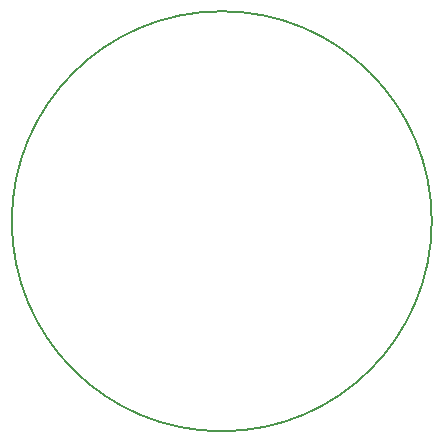
<source format=gm1>
%TF.GenerationSoftware,KiCad,Pcbnew,4.1.0-alpha+201609021633+7109~49~ubuntu16.04.1-product*%
%TF.CreationDate,2016-09-14T14:31:16+05:30*%
%TF.ProjectId,OTS2_encA,4F5453325F656E63412E6B696361645F,rev?*%
%TF.FileFunction,Profile,NP*%
%FSLAX46Y46*%
G04 Gerber Fmt 4.6, Leading zero omitted, Abs format (unit mm)*
G04 Created by KiCad (PCBNEW 4.1.0-alpha+201609021633+7109~49~ubuntu16.04.1-product) date Wed Sep 14 14:31:16 2016*
%MOMM*%
%LPD*%
G01*
G04 APERTURE LIST*
%ADD10C,0.101600*%
%ADD11C,0.203200*%
G04 APERTURE END LIST*
D10*
D11*
X60325000Y-91440000D02*
G75*
G03X60325000Y-91440000I-17780000J0D01*
G01*
M02*

</source>
